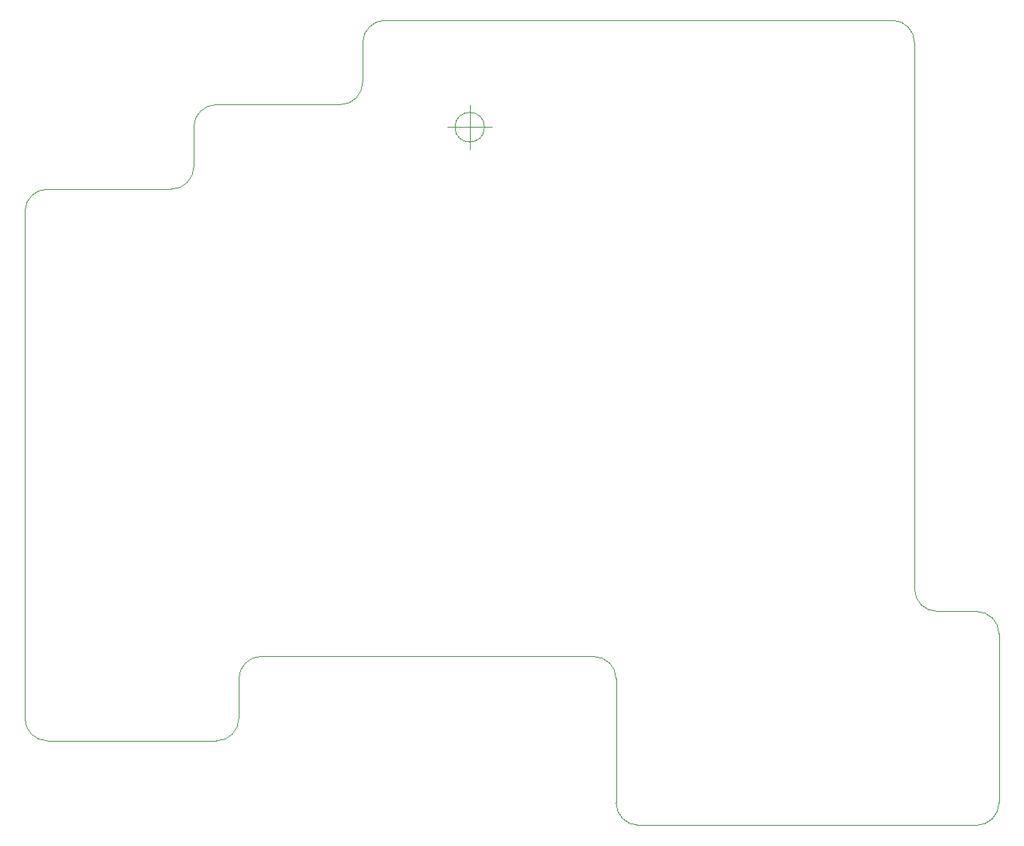
<source format=gm1>
%TF.GenerationSoftware,KiCad,Pcbnew,(6.0.4-0)*%
%TF.CreationDate,2022-03-28T14:08:22+08:00*%
%TF.ProjectId,Pragmatic,50726167-6d61-4746-9963-2e6b69636164,3*%
%TF.SameCoordinates,PX5ad6650PY48ab840*%
%TF.FileFunction,Profile,NP*%
%FSLAX46Y46*%
G04 Gerber Fmt 4.6, Leading zero omitted, Abs format (unit mm)*
G04 Created by KiCad (PCBNEW (6.0.4-0)) date 2022-03-28 14:08:22*
%MOMM*%
%LPD*%
G01*
G04 APERTURE LIST*
%TA.AperFunction,Profile*%
%ADD10C,0.120000*%
%TD*%
G04 APERTURE END LIST*
D10*
X-12065000Y24130000D02*
X-12065000Y28575000D01*
X16510000Y-43180000D02*
X16510000Y-57150000D01*
X50165000Y-33020000D02*
G75*
G03*
X52705000Y-35560000I2540000J0D01*
G01*
X-50165000Y-47625000D02*
G75*
G03*
X-47625000Y-50165000I2540000J0D01*
G01*
X54610000Y-59690000D02*
X57150000Y-59690000D01*
X-33655000Y12065000D02*
G75*
G03*
X-31115000Y14605000I0J2540000D01*
G01*
X-50165000Y9525000D02*
X-50165000Y-47625000D01*
X16510000Y-57150000D02*
G75*
G03*
X19050000Y-59690000I2540000J0D01*
G01*
X-14605000Y21590000D02*
G75*
G03*
X-12065000Y24130000I0J2540000D01*
G01*
X-23495000Y-40640000D02*
G75*
G03*
X-26035000Y-43180000I0J-2540000D01*
G01*
X59690000Y-38100000D02*
G75*
G03*
X57150000Y-35560000I-2540000J0D01*
G01*
X50165000Y-33020000D02*
X50165000Y28575000D01*
X-47625000Y-50165000D02*
X-28575000Y-50165000D01*
X-9525000Y31115000D02*
G75*
G03*
X-12065000Y28575000I0J-2540000D01*
G01*
X59690000Y-40640000D02*
X59690000Y-38100000D01*
X-28575000Y21590000D02*
G75*
G03*
X-31115000Y19050000I0J-2540000D01*
G01*
X13970000Y-40640000D02*
X-23495000Y-40640000D01*
X16510000Y-43180000D02*
G75*
G03*
X13970000Y-40640000I-2540000J0D01*
G01*
X-47625000Y12065000D02*
G75*
G03*
X-50165000Y9525000I0J-2540000D01*
G01*
X-28575000Y-50165000D02*
G75*
G03*
X-26035000Y-47625000I0J2540000D01*
G01*
X-26035000Y-47625000D02*
X-26035000Y-43180000D01*
X9525000Y31115000D02*
X-9525000Y31115000D01*
X-31115000Y19050000D02*
X-31115000Y14605000D01*
X57150000Y-35560000D02*
X52705000Y-35560000D01*
X47625000Y31115000D02*
X9525000Y31115000D01*
X-33655000Y12065000D02*
X-47625000Y12065000D01*
X57150000Y-59690000D02*
G75*
G03*
X59690000Y-57150000I0J2540000D01*
G01*
X59690000Y-40640000D02*
X59690000Y-57150000D01*
X54610000Y-59690000D02*
X19050000Y-59690000D01*
X50165000Y28575000D02*
G75*
G03*
X47625000Y31115000I-2540000J0D01*
G01*
X-28575000Y21590000D02*
X-14605000Y21590000D01*
X1666666Y19050000D02*
G75*
G03*
X1666666Y19050000I-1666666J0D01*
G01*
X-2500000Y19050000D02*
X2500000Y19050000D01*
X0Y21550000D02*
X0Y16550000D01*
X1666666Y19050000D02*
G75*
G03*
X1666666Y19050000I-1666666J0D01*
G01*
X-2500000Y19050000D02*
X2500000Y19050000D01*
X0Y21550000D02*
X0Y16550000D01*
M02*

</source>
